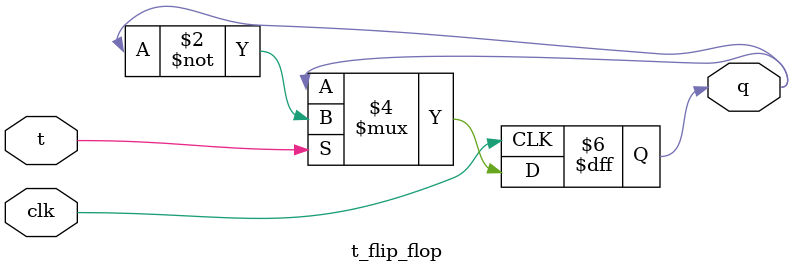
<source format=v>
module t_flip_flop (
    input wire clk,
    input wire t,
    output reg q
);
    initial q = 0; // This prevents X at start

    always @(posedge clk) begin
        if (t)
            q <= ~q;
    end
endmodule
</source>
